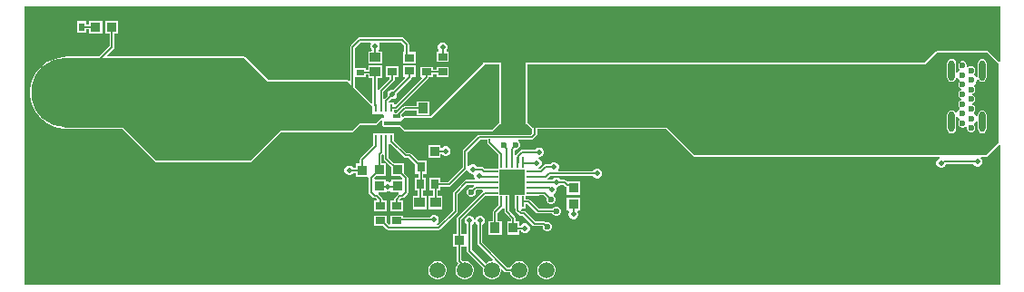
<source format=gbr>
%TF.GenerationSoftware,Altium Limited,Altium Designer,24.10.1 (45)*%
G04 Layer_Physical_Order=1*
G04 Layer_Color=255*
%FSLAX45Y45*%
%MOMM*%
%TF.SameCoordinates,6B7C1C4C-1752-458E-A365-839E3CDA317C*%
%TF.FilePolarity,Positive*%
%TF.FileFunction,Copper,L1,Top,Signal*%
%TF.Part,Single*%
G01*
G75*
%TA.AperFunction,SMDPad,CuDef*%
%ADD10R,1.45000X5.50000*%
%ADD11R,0.25000X0.70000*%
%ADD12R,0.70000X0.30000*%
%ADD13R,1.50000X0.30000*%
%ADD14R,2.10000X2.10000*%
%ADD15R,0.25000X1.05000*%
%ADD16R,1.05000X0.25000*%
%ADD17C,0.60000*%
%ADD18R,0.95000X0.95000*%
%ADD19R,0.90000X0.70000*%
%ADD20R,0.95000X0.80000*%
%ADD21R,0.80000X0.95000*%
%ADD22R,0.95000X0.95000*%
%ADD23R,1.00000X0.90000*%
%ADD24R,0.85000X0.95000*%
%ADD25R,0.80000X0.60000*%
%ADD26R,0.60000X0.80000*%
%ADD27R,0.95822X1.00650*%
%ADD28R,0.91213X0.95872*%
%ADD29R,1.00650X0.95822*%
%ADD30R,0.96822X1.00650*%
%ADD31R,1.10620X0.75620*%
%ADD32R,2.80415X1.50273*%
%ADD33R,2.33000X1.99000*%
%TA.AperFunction,Conductor*%
%ADD34C,0.18000*%
%TA.AperFunction,ComponentPad*%
%ADD35O,0.60000X1.90000*%
%ADD36C,0.60000*%
%ADD37C,6.50000*%
%ADD38R,1.50000X1.50000*%
%ADD39C,1.50000*%
%TA.AperFunction,ViaPad*%
%ADD40C,0.50000*%
%ADD41C,0.60000*%
G36*
X15889999Y7907401D02*
X15877299Y7902141D01*
X15779720Y7999720D01*
X15770000Y8003747D01*
X15770000Y8003747D01*
X15300000D01*
X15300000Y8003747D01*
X15290280Y7999720D01*
X15184306Y7893746D01*
X11635200D01*
Y7897700D01*
X11464800D01*
Y7322300D01*
X11478259D01*
X11520280Y7280280D01*
X11527875Y7277134D01*
Y7239165D01*
X11510836Y7222125D01*
X11030000D01*
X11021533Y7220441D01*
X11014355Y7215645D01*
X10884355Y7085645D01*
X10879559Y7078467D01*
X10877875Y7070000D01*
Y6919164D01*
X10740836Y6782125D01*
X10670200D01*
Y6820200D01*
X10564800D01*
Y6699800D01*
X10600460D01*
Y6650611D01*
X10559561D01*
Y6529389D01*
X10685611D01*
Y6650611D01*
X10644711D01*
Y6699800D01*
X10670200D01*
Y6737875D01*
X10750000D01*
X10758467Y6739559D01*
X10765645Y6744355D01*
X10912311Y6891021D01*
X10916897Y6891031D01*
X10923867Y6889216D01*
X10926420Y6887621D01*
X10931851Y6874509D01*
X10944509Y6861851D01*
X10961049Y6855000D01*
X10973759D01*
X10981067Y6851067D01*
X10985000Y6843759D01*
Y6831049D01*
X10991851Y6814510D01*
X10992502Y6813858D01*
X10987642Y6802125D01*
X10910000D01*
X10901533Y6800441D01*
X10894355Y6795645D01*
X10794355Y6695645D01*
X10789559Y6688467D01*
X10787875Y6680000D01*
Y6519165D01*
X10647669Y6378958D01*
X10639762Y6379874D01*
X10637172Y6387135D01*
X10636658Y6393018D01*
X10648149Y6404510D01*
X10655000Y6421049D01*
Y6438951D01*
X10648149Y6455491D01*
X10635491Y6468149D01*
X10618951Y6475000D01*
X10601049D01*
X10584510Y6468149D01*
X10571851Y6455491D01*
X10570457Y6452125D01*
X10317700D01*
Y6467700D01*
X10202300D01*
Y6386731D01*
X10189600Y6381690D01*
X10167700Y6403590D01*
Y6467700D01*
X10052300D01*
Y6372300D01*
X10136410D01*
X10168355Y6340355D01*
X10175533Y6335559D01*
X10184000Y6333875D01*
X10656000D01*
X10664467Y6335559D01*
X10671645Y6340355D01*
X10825645Y6494355D01*
X10830441Y6501533D01*
X10832125Y6510000D01*
Y6670835D01*
X10919165Y6757875D01*
X10980409D01*
X10984389Y6747190D01*
X10984495Y6745175D01*
X10970987Y6731667D01*
X10968493Y6732700D01*
X10951506D01*
X10935813Y6726199D01*
X10923801Y6714187D01*
X10917300Y6698494D01*
Y6681507D01*
X10923801Y6665813D01*
X10935813Y6653801D01*
X10951506Y6647300D01*
X10968493D01*
X10984187Y6653801D01*
X10996199Y6665813D01*
X11002700Y6681507D01*
Y6698493D01*
X11010867Y6707875D01*
X11062299D01*
X11066279Y6697189D01*
X11066385Y6695175D01*
X10829355Y6458145D01*
X10824559Y6450967D01*
X10822875Y6442500D01*
Y6300200D01*
X10784800D01*
Y6179800D01*
X10822875D01*
Y6046719D01*
X10824559Y6038252D01*
X10829355Y6031074D01*
X10838111Y6022319D01*
X10827983Y6012191D01*
X10816793Y5992809D01*
X10811000Y5971190D01*
Y5948810D01*
X10816793Y5927191D01*
X10827983Y5907809D01*
X10843809Y5891983D01*
X10863191Y5880793D01*
X10884810Y5875000D01*
X10907191D01*
X10928809Y5880793D01*
X10948191Y5891983D01*
X10964017Y5907809D01*
X10975207Y5927191D01*
X10981000Y5948810D01*
Y5971190D01*
X10975207Y5992809D01*
X10964017Y6012191D01*
X10948191Y6028017D01*
X10928809Y6039207D01*
X10907191Y6045000D01*
X10884810D01*
X10879446Y6043563D01*
X10867125Y6055884D01*
Y6179800D01*
X10905175D01*
X10905200Y6179800D01*
X10917875Y6179739D01*
Y6140000D01*
X10919559Y6131533D01*
X10924355Y6124355D01*
X11067646Y5981064D01*
X11065000Y5971190D01*
Y5948810D01*
X11070793Y5927191D01*
X11081983Y5907809D01*
X11097809Y5891983D01*
X11117191Y5880793D01*
X11138810Y5875000D01*
X11161191D01*
X11182809Y5880793D01*
X11202191Y5891983D01*
X11218017Y5907809D01*
X11229207Y5927191D01*
X11235000Y5948810D01*
Y5963916D01*
X11247700Y5969177D01*
X11272522Y5944355D01*
X11279700Y5939559D01*
X11288167Y5937875D01*
X11321930D01*
X11324793Y5927191D01*
X11335983Y5907809D01*
X11351809Y5891983D01*
X11371191Y5880793D01*
X11392810Y5875000D01*
X11415191D01*
X11436809Y5880793D01*
X11456191Y5891983D01*
X11472017Y5907809D01*
X11483207Y5927191D01*
X11489000Y5948810D01*
Y5971190D01*
X11483207Y5992809D01*
X11472017Y6012191D01*
X11456191Y6028017D01*
X11436809Y6039207D01*
X11415191Y6045000D01*
X11392810D01*
X11371191Y6039207D01*
X11351809Y6028017D01*
X11335983Y6012191D01*
X11324793Y5992809D01*
X11321930Y5982125D01*
X11297331D01*
X11062125Y6217331D01*
Y6380457D01*
X11065490Y6381851D01*
X11078149Y6394510D01*
X11085000Y6411049D01*
Y6428951D01*
X11078149Y6445491D01*
X11065490Y6458149D01*
X11048951Y6465000D01*
X11031049D01*
X11014510Y6458149D01*
X11001851Y6445491D01*
X10996733Y6433135D01*
X10983267D01*
X10978149Y6445491D01*
X10965490Y6458149D01*
X10948951Y6465000D01*
X10931049D01*
X10914510Y6458149D01*
X10901851Y6445491D01*
X10895000Y6428951D01*
Y6411049D01*
X10901851Y6394510D01*
X10914510Y6381851D01*
X10917875Y6380457D01*
Y6300261D01*
X10905200Y6300200D01*
X10905175Y6300200D01*
X10867125D01*
Y6433336D01*
X11082233Y6648443D01*
X11092300Y6654800D01*
X11213272Y6654800D01*
X11214799Y6654799D01*
X11214800Y6653273D01*
X11214800Y6563590D01*
X11164355Y6513145D01*
X11159559Y6505967D01*
X11157875Y6497500D01*
Y6415611D01*
X11119389D01*
Y6289561D01*
X11240611D01*
Y6415611D01*
X11202125D01*
Y6488336D01*
X11246090Y6532300D01*
X11267875D01*
Y6504554D01*
X11269559Y6496087D01*
X11274355Y6488909D01*
X11327875Y6435389D01*
Y6413307D01*
X11291694D01*
Y6292035D01*
X11408307D01*
Y6327875D01*
X11420457D01*
X11421851Y6324510D01*
X11434510Y6311851D01*
X11451049Y6305000D01*
X11468951D01*
X11485490Y6311851D01*
X11498149Y6324510D01*
X11505000Y6341049D01*
Y6358951D01*
X11498149Y6375490D01*
X11485490Y6388149D01*
X11468951Y6395000D01*
X11451049D01*
X11434510Y6388149D01*
X11421851Y6375490D01*
X11420457Y6372125D01*
X11408307D01*
Y6413307D01*
X11372125D01*
Y6444554D01*
X11370441Y6453020D01*
X11365645Y6460198D01*
X11312125Y6513718D01*
Y6532300D01*
X11315200D01*
Y6662700D01*
X11224228Y6662700D01*
X11222701Y6662701D01*
X11222700Y6664226D01*
X11222700Y6704800D01*
Y6804800D01*
Y6895772D01*
X11222700Y6897300D01*
X11224228Y6897300D01*
X11455772D01*
X11457300Y6897300D01*
X11457300Y6895772D01*
Y6854800D01*
Y6754800D01*
X11457300Y6664228D01*
X11457299Y6662701D01*
X11455773Y6662700D01*
X11364800Y6662700D01*
Y6532300D01*
X11367875D01*
Y6520000D01*
X11369559Y6511533D01*
X11374355Y6504355D01*
X11404355Y6474355D01*
X11411533Y6469559D01*
X11420000Y6467875D01*
X11438909D01*
X11529987Y6376797D01*
X11537165Y6372001D01*
X11545632Y6370316D01*
X11623113D01*
Y6355307D01*
X11629614Y6339613D01*
X11641625Y6327602D01*
X11657319Y6321101D01*
X11674306D01*
X11690000Y6327602D01*
X11702012Y6339613D01*
X11708513Y6355307D01*
Y6372294D01*
X11702012Y6387988D01*
X11690000Y6400000D01*
X11674306Y6406501D01*
X11657319D01*
X11653204Y6404796D01*
X11649913Y6408086D01*
X11642735Y6412883D01*
X11634268Y6414567D01*
X11554797D01*
X11463718Y6505645D01*
X11456540Y6510441D01*
X11448074Y6512125D01*
X11430809D01*
X11423754Y6520924D01*
X11428685Y6532300D01*
X11465200D01*
Y6575375D01*
X11483335D01*
X11564355Y6494355D01*
X11571533Y6489559D01*
X11580000Y6487875D01*
X11712947D01*
X11713801Y6485813D01*
X11725813Y6473801D01*
X11741507Y6467300D01*
X11758494D01*
X11774188Y6473801D01*
X11786199Y6485813D01*
X11792700Y6501506D01*
Y6518493D01*
X11786199Y6534187D01*
X11774188Y6546199D01*
X11758494Y6552700D01*
X11741507D01*
X11725813Y6546199D01*
X11713801Y6534187D01*
X11712947Y6532125D01*
X11589165D01*
X11508145Y6613145D01*
X11500967Y6617941D01*
X11492500Y6619625D01*
X11474180D01*
X11465200Y6628605D01*
X11465200Y6653272D01*
X11465201Y6654799D01*
X11466726Y6654800D01*
X11587700Y6654800D01*
Y6657875D01*
X11630836D01*
X11658154Y6630556D01*
X11657300Y6628493D01*
Y6611506D01*
X11663801Y6595813D01*
X11675813Y6583801D01*
X11691506Y6577300D01*
X11708493D01*
X11724187Y6583801D01*
X11736199Y6595813D01*
X11742700Y6611506D01*
Y6628493D01*
X11736199Y6644187D01*
X11726151Y6654236D01*
X11726237Y6663756D01*
X11727539Y6668557D01*
X11735490Y6671851D01*
X11748149Y6684510D01*
X11755000Y6701049D01*
Y6718951D01*
X11752591Y6724767D01*
X11761638Y6736113D01*
X11775491Y6741851D01*
X11788149Y6754509D01*
X11789543Y6757875D01*
X11820835D01*
X11839355Y6739355D01*
X11846533Y6734559D01*
X11849800Y6733909D01*
Y6664800D01*
X11970200D01*
Y6785200D01*
X11856090D01*
X11845645Y6795645D01*
X11838467Y6800441D01*
X11830000Y6802125D01*
X11789543D01*
X11788149Y6805490D01*
X11775491Y6818149D01*
X11758951Y6825000D01*
X11741049D01*
X11724510Y6818149D01*
X11711851Y6805490D01*
X11710457Y6802125D01*
X11671542D01*
X11667561Y6812810D01*
X11667455Y6814825D01*
X11690505Y6837875D01*
X12090457D01*
X12091851Y6834510D01*
X12104510Y6821851D01*
X12121049Y6815000D01*
X12138951D01*
X12155491Y6821851D01*
X12168149Y6834510D01*
X12175000Y6851049D01*
Y6868951D01*
X12168149Y6885490D01*
X12155491Y6898149D01*
X12138951Y6905000D01*
X12121049D01*
X12104510Y6898149D01*
X12091851Y6885490D01*
X12090457Y6882125D01*
X11772358D01*
X11767498Y6893858D01*
X11768149Y6894509D01*
X11775000Y6911049D01*
Y6928951D01*
X11768149Y6945490D01*
X11755490Y6958149D01*
X11738951Y6965000D01*
X11721049D01*
X11704509Y6958149D01*
X11693866Y6947505D01*
X11653158D01*
X11644691Y6945821D01*
X11637513Y6941025D01*
X11600400Y6903912D01*
X11587700Y6905200D01*
X11585951Y6917900D01*
X11595490Y6921851D01*
X11608149Y6934510D01*
X11615000Y6951049D01*
Y6968951D01*
X11608149Y6985490D01*
X11595490Y6998149D01*
X11585469Y7002300D01*
X11587995Y7015000D01*
X11598951D01*
X11615490Y7021851D01*
X11628149Y7034510D01*
X11635000Y7051049D01*
Y7068951D01*
X11628149Y7085491D01*
X11615490Y7098149D01*
X11598951Y7105000D01*
X11581049D01*
X11564510Y7098149D01*
X11551851Y7085491D01*
X11550457Y7082125D01*
X11431488D01*
X11423021Y7080441D01*
X11415843Y7075645D01*
X11377855Y7037657D01*
X11374825Y7033122D01*
X11362125Y7035653D01*
Y7079470D01*
X11369955Y7087300D01*
X11378494D01*
X11394188Y7093801D01*
X11406199Y7105813D01*
X11412700Y7121506D01*
Y7138493D01*
X11406199Y7154187D01*
X11395212Y7165175D01*
X11395752Y7169914D01*
X11399105Y7177875D01*
X11520000D01*
X11528467Y7179559D01*
X11535645Y7184355D01*
X11565645Y7214355D01*
X11570441Y7221533D01*
X11572125Y7230000D01*
Y7276253D01*
X12774306D01*
X13030280Y7020280D01*
X13039999Y7016253D01*
X13040001Y7016253D01*
X15325031D01*
X15327557Y7003553D01*
X15314510Y6998149D01*
X15301851Y6985490D01*
X15295000Y6968951D01*
Y6951049D01*
X15301851Y6934510D01*
X15314510Y6921851D01*
X15331049Y6915000D01*
X15348952D01*
X15365491Y6921851D01*
X15378149Y6934510D01*
X15383685Y6947875D01*
X15640457D01*
X15641850Y6944510D01*
X15654509Y6931851D01*
X15671049Y6925000D01*
X15688951D01*
X15705490Y6931851D01*
X15718149Y6944510D01*
X15725000Y6961049D01*
Y6978951D01*
X15718149Y6995490D01*
X15710086Y7003553D01*
X15715347Y7016253D01*
X15760001D01*
X15769720Y7020280D01*
X15769720Y7020280D01*
X15877299Y7127859D01*
X15889999Y7122599D01*
X15889999Y5820000D01*
X6790000D01*
Y8420000D01*
X15889999D01*
Y7907401D01*
D02*
G37*
G36*
X15880000Y7880000D02*
Y7150000D01*
X15760001Y7030000D01*
X13039999D01*
X12780000Y7290000D01*
X11530000D01*
X11480000Y7340000D01*
Y7880000D01*
X15189999D01*
X15300000Y7990000D01*
X15770000D01*
X15880000Y7880000D01*
D02*
G37*
G36*
X11107875Y7153000D02*
X11109559Y7144533D01*
X11114355Y7137355D01*
X11212332Y7039378D01*
X11214800Y7027700D01*
X11214800Y7027700D01*
X11214800Y7027699D01*
Y6906728D01*
X11214800Y6905200D01*
X11213272Y6905200D01*
X11092300D01*
Y6905200D01*
X11079745Y6905549D01*
X11069649Y6915645D01*
X11062471Y6920441D01*
X11054004Y6922125D01*
X11009543D01*
X11008149Y6925490D01*
X10995490Y6938149D01*
X10978951Y6945000D01*
X10961049D01*
X10944509Y6938149D01*
X10934825Y6928465D01*
X10922125Y6932671D01*
Y7060836D01*
X11039165Y7177875D01*
X11107875D01*
Y7153000D01*
D02*
G37*
G36*
X11001851Y6394510D02*
X11014510Y6381851D01*
X11017875Y6380457D01*
Y6208167D01*
X11019559Y6199700D01*
X11024355Y6192522D01*
X11159177Y6057700D01*
X11153916Y6045000D01*
X11138810D01*
X11117191Y6039207D01*
X11097809Y6028017D01*
X11090541Y6020749D01*
X10962125Y6149165D01*
Y6380457D01*
X10965490Y6381851D01*
X10978149Y6394510D01*
X10983267Y6406865D01*
X10996733D01*
X11001851Y6394510D01*
D02*
G37*
%LPC*%
G36*
X7515200Y8290200D02*
X7394800D01*
Y8252125D01*
X7365200D01*
Y8282700D01*
X7279800D01*
Y8177300D01*
X7365200D01*
Y8207875D01*
X7394800D01*
Y8169800D01*
X7515200D01*
Y8290200D01*
D02*
G37*
G36*
X10698951Y8085000D02*
X10681049D01*
X10664510Y8078149D01*
X10651851Y8065490D01*
X10645000Y8048951D01*
Y8031049D01*
X10651851Y8014509D01*
X10655961Y8010400D01*
X10650700Y7997700D01*
X10632300D01*
Y7902300D01*
X10747700D01*
Y7997700D01*
X10729300D01*
X10724039Y8010400D01*
X10728149Y8014509D01*
X10735000Y8031049D01*
Y8048951D01*
X10728149Y8065490D01*
X10715490Y8078149D01*
X10698951Y8085000D01*
D02*
G37*
G36*
X7665200Y8290200D02*
X7544800D01*
Y8169800D01*
X7582875D01*
Y8049914D01*
X7486707Y7953747D01*
X7170001D01*
X7170000Y7953747D01*
X7162764Y7950750D01*
X7153635D01*
X7101554Y7942501D01*
X7051404Y7926206D01*
X7004422Y7902267D01*
X6961762Y7871273D01*
X6924476Y7833988D01*
X6893482Y7791328D01*
X6869543Y7744345D01*
X6853249Y7694196D01*
X6845000Y7642115D01*
Y7589385D01*
X6853249Y7537304D01*
X6869543Y7487154D01*
X6893482Y7440172D01*
X6924476Y7397512D01*
X6961762Y7360226D01*
X7004422Y7329232D01*
X7051404Y7305293D01*
X7101554Y7288999D01*
X7153635Y7280750D01*
X7159809D01*
X7160280Y7280280D01*
X7170000Y7276253D01*
X7170000Y7276253D01*
X7704306D01*
X8010280Y6970280D01*
X8020000Y6966253D01*
X8020000Y6966254D01*
X8900000D01*
X8909720Y6970280D01*
X8909721Y6970280D01*
X9185694Y7246253D01*
X9849999D01*
X9850000Y7246252D01*
X9859721Y7250279D01*
X9859721Y7250281D01*
X9925694Y7316254D01*
X10070000D01*
X10070000Y7316253D01*
X10079721Y7320280D01*
X10114675Y7355234D01*
X10123250Y7351358D01*
X10126254Y7348852D01*
Y7310000D01*
X10130280Y7300280D01*
X10140000Y7296254D01*
X10294306D01*
X10330280Y7260280D01*
X10340000Y7256253D01*
X10340001Y7256253D01*
X11149999D01*
X11150000Y7256252D01*
X11159721Y7260279D01*
X11159721Y7260281D01*
X11221741Y7322300D01*
X11235200D01*
Y7897700D01*
X11064800D01*
Y7884240D01*
X10574306Y7393746D01*
X10330001D01*
X10330000Y7393747D01*
X10320279Y7389721D01*
X10308466Y7393416D01*
X10307700Y7393734D01*
Y7411410D01*
X10344836Y7448546D01*
X10448889D01*
Y7409560D01*
X10571111D01*
Y7535611D01*
X10448889D01*
Y7492797D01*
X10335671D01*
X10327204Y7491112D01*
X10320026Y7486316D01*
X10256410Y7422700D01*
X10250994D01*
X10240200Y7427300D01*
X10240199Y7435400D01*
Y7452875D01*
X10255000D01*
X10263467Y7454559D01*
X10270645Y7459355D01*
X10554189Y7742899D01*
X10558985Y7750077D01*
X10560670Y7758544D01*
Y7762300D01*
X10597700D01*
Y7787875D01*
X10632300D01*
Y7762300D01*
X10747700D01*
Y7857700D01*
X10632300D01*
Y7832125D01*
X10597700D01*
Y7857700D01*
X10482300D01*
Y7762300D01*
X10494417D01*
X10499277Y7750567D01*
X10252899Y7504189D01*
X10240199Y7509450D01*
Y7522700D01*
X10187125D01*
Y7535835D01*
X10207684Y7556394D01*
X10211049Y7555000D01*
X10228951D01*
X10245491Y7561851D01*
X10258149Y7574510D01*
X10265000Y7591049D01*
Y7608951D01*
X10263606Y7612316D01*
X10395645Y7744355D01*
X10400441Y7751533D01*
X10402125Y7760000D01*
Y7764800D01*
X10440200D01*
Y7870200D01*
X10319800D01*
Y7764800D01*
X10336917D01*
X10341777Y7753067D01*
X10232316Y7643606D01*
X10228951Y7645000D01*
X10211049D01*
X10194510Y7638149D01*
X10181851Y7625490D01*
X10175000Y7608951D01*
Y7591049D01*
X10176394Y7587684D01*
X10149825Y7561115D01*
X10147810Y7561220D01*
X10137125Y7565201D01*
Y7625835D01*
X10235645Y7724355D01*
X10240441Y7731533D01*
X10242125Y7740000D01*
Y7759800D01*
X10280200D01*
Y7865200D01*
X10159800D01*
Y7759800D01*
X10192890D01*
X10195810Y7747100D01*
X10099355Y7650645D01*
X10094825Y7643865D01*
X10093748Y7643631D01*
X10082125Y7645978D01*
Y7757300D01*
X10122700D01*
Y7872700D01*
X9997300D01*
Y7829625D01*
X9972700D01*
Y7850200D01*
X9873125D01*
Y8035839D01*
X9924560Y8087275D01*
X10017042D01*
X10021902Y8075541D01*
X10021851Y8075490D01*
X10015000Y8058951D01*
Y8041049D01*
X10021851Y8024509D01*
X10030961Y8015400D01*
X10025942Y8002700D01*
X9997300D01*
Y7887300D01*
X10122700D01*
Y8002700D01*
X10094058D01*
X10089039Y8015400D01*
X10098149Y8024509D01*
X10105000Y8041049D01*
Y8058951D01*
X10098149Y8075490D01*
X10098098Y8075541D01*
X10102958Y8087275D01*
X10301436D01*
X10332923Y8055787D01*
Y7995200D01*
X10319800D01*
Y7889800D01*
X10440200D01*
Y7995200D01*
X10377173D01*
Y8064952D01*
X10375489Y8073419D01*
X10370693Y8080597D01*
X10326245Y8125045D01*
X10319067Y8129841D01*
X10310600Y8131525D01*
X9915396D01*
X9906929Y8129841D01*
X9899751Y8125045D01*
X9835355Y8060649D01*
X9830559Y8053471D01*
X9828875Y8045004D01*
Y7727160D01*
X9817141Y7722299D01*
X9809720Y7729720D01*
X9800000Y7733747D01*
X9799999Y7733747D01*
X9065694D01*
X8849720Y7949720D01*
X8840000Y7953747D01*
X8839999Y7953747D01*
X7565880D01*
X7561020Y7965480D01*
X7620645Y8025105D01*
X7625441Y8032283D01*
X7627125Y8040750D01*
Y8169800D01*
X7665200D01*
Y8290200D01*
D02*
G37*
G36*
X10670200Y7130200D02*
X10559800D01*
Y7009800D01*
X10670200D01*
Y7039567D01*
X10678040Y7042893D01*
X10682900Y7043461D01*
X10694509Y7031851D01*
X10711049Y7025000D01*
X10728951D01*
X10745490Y7031851D01*
X10758149Y7044510D01*
X10765000Y7061049D01*
Y7078951D01*
X10758149Y7095491D01*
X10745490Y7108149D01*
X10728951Y7115000D01*
X10711049D01*
X10694509Y7108149D01*
X10682900Y7096540D01*
X10678040Y7097107D01*
X10670200Y7100433D01*
Y7130200D01*
D02*
G37*
G36*
X10240199Y7232700D02*
X10039800D01*
Y7137300D01*
X10042875D01*
Y7124164D01*
X9924355Y7005645D01*
X9919559Y6998467D01*
X9917875Y6990000D01*
Y6953306D01*
X9881693D01*
Y6912125D01*
X9859543D01*
X9858149Y6915490D01*
X9845490Y6928149D01*
X9828951Y6935000D01*
X9811049D01*
X9794509Y6928149D01*
X9781851Y6915490D01*
X9775000Y6898951D01*
Y6881049D01*
X9781851Y6864510D01*
X9794509Y6851851D01*
X9811049Y6845000D01*
X9828951D01*
X9845490Y6851851D01*
X9858149Y6864510D01*
X9859543Y6867875D01*
X9881693D01*
Y6832035D01*
X9992104Y6832035D01*
X9992481Y6831860D01*
X10001831Y6820795D01*
X10001375Y6818500D01*
Y6685488D01*
X10003059Y6677021D01*
X10007855Y6669843D01*
X10039599Y6638099D01*
X10046777Y6633303D01*
X10055244Y6631619D01*
X10069091D01*
X10080311Y6620400D01*
X10075050Y6607700D01*
X10052300D01*
Y6512300D01*
X10167700D01*
Y6607700D01*
X10132125D01*
Y6622000D01*
X10130441Y6630467D01*
X10125645Y6637645D01*
X10093901Y6669389D01*
X10089843Y6672100D01*
X10093500Y6684800D01*
X10160200D01*
Y6688064D01*
X10170760Y6695120D01*
X10171049Y6695000D01*
X10188951D01*
X10197100Y6698375D01*
X10209800Y6689890D01*
Y6684800D01*
X10276500D01*
X10280157Y6672100D01*
X10276099Y6669389D01*
X10244355Y6637645D01*
X10239559Y6630467D01*
X10237875Y6622000D01*
Y6607700D01*
X10202300D01*
Y6512300D01*
X10317700D01*
Y6607700D01*
X10294950D01*
X10289690Y6620400D01*
X10300909Y6631619D01*
X10314756D01*
X10323223Y6633303D01*
X10330401Y6638099D01*
X10362145Y6669843D01*
X10366941Y6677021D01*
X10368625Y6685488D01*
Y6818500D01*
X10366941Y6826967D01*
X10362145Y6834145D01*
X10330200Y6866090D01*
Y6955200D01*
X10241090D01*
X10187125Y7009165D01*
Y7137300D01*
X10208910D01*
X10331855Y7014355D01*
X10339033Y7009559D01*
X10347500Y7007875D01*
X10375835D01*
X10434800Y6948910D01*
Y6859800D01*
X10465375D01*
Y6820200D01*
X10429800D01*
Y6699800D01*
X10460375D01*
Y6650611D01*
X10414389D01*
Y6529389D01*
X10540439D01*
Y6650611D01*
X10504625D01*
Y6699800D01*
X10535200D01*
Y6820200D01*
X10509625D01*
Y6859800D01*
X10540200D01*
Y6980200D01*
X10466090D01*
X10400645Y7045645D01*
X10393467Y7050441D01*
X10385000Y7052125D01*
X10356664D01*
X10240199Y7168590D01*
Y7232700D01*
D02*
G37*
G36*
X11970200Y6635200D02*
X11849800D01*
Y6514800D01*
X11864567D01*
X11870447Y6502100D01*
X11865000Y6488951D01*
Y6471049D01*
X11871851Y6454509D01*
X11884510Y6441851D01*
X11901049Y6435000D01*
X11918951D01*
X11935490Y6441851D01*
X11948149Y6454509D01*
X11955000Y6471049D01*
Y6488951D01*
X11949553Y6502100D01*
X11955433Y6514800D01*
X11970200D01*
Y6635200D01*
D02*
G37*
G36*
X11669191Y6045000D02*
X11646810D01*
X11625191Y6039207D01*
X11605809Y6028017D01*
X11589983Y6012191D01*
X11578793Y5992809D01*
X11573000Y5971190D01*
Y5948810D01*
X11578793Y5927191D01*
X11589983Y5907809D01*
X11605809Y5891983D01*
X11625191Y5880793D01*
X11646810Y5875000D01*
X11669191D01*
X11690809Y5880793D01*
X11710191Y5891983D01*
X11726017Y5907809D01*
X11737207Y5927191D01*
X11743000Y5948810D01*
Y5971190D01*
X11737207Y5992809D01*
X11726017Y6012191D01*
X11710191Y6028017D01*
X11690809Y6039207D01*
X11669191Y6045000D01*
D02*
G37*
G36*
X10653191D02*
X10630810D01*
X10609191Y6039207D01*
X10589809Y6028017D01*
X10573983Y6012191D01*
X10562793Y5992809D01*
X10557000Y5971190D01*
Y5948810D01*
X10562793Y5927191D01*
X10573983Y5907809D01*
X10589809Y5891983D01*
X10609191Y5880793D01*
X10630810Y5875000D01*
X10653191D01*
X10674809Y5880793D01*
X10694191Y5891983D01*
X10710017Y5907809D01*
X10721207Y5927191D01*
X10727000Y5948810D01*
Y5971190D01*
X10721207Y5992809D01*
X10710017Y6012191D01*
X10694191Y6028017D01*
X10674809Y6039207D01*
X10653191Y6045000D01*
D02*
G37*
%LPD*%
G36*
X9997300Y7757300D02*
X10037875D01*
Y7519526D01*
X10025175Y7514266D01*
X9873125Y7666316D01*
Y7764800D01*
X9972700D01*
Y7785375D01*
X9997300D01*
Y7757300D01*
D02*
G37*
G36*
X11220000Y7340000D02*
X11150000Y7270000D01*
X10340000D01*
X10300000Y7310000D01*
X10140000D01*
Y7350000D01*
X10300000D01*
X10330000Y7380000D01*
X10580000D01*
X11080000Y7880000D01*
X11220000D01*
Y7340000D01*
D02*
G37*
G36*
X9060000Y7720000D02*
X9800000D01*
X10030000Y7490000D01*
Y7410000D01*
X10140000D01*
Y7380000D01*
X10120000D01*
X10070000Y7330000D01*
X9920000D01*
X9850000Y7260000D01*
X9180000D01*
X8900000Y6980000D01*
X8020000D01*
X7710000Y7290000D01*
X7170000D01*
X7110000Y7350000D01*
Y7880000D01*
X7170000Y7940000D01*
X8840000D01*
X9060000Y7720000D01*
D02*
G37*
G36*
X10132190Y7039280D02*
X10142875Y7035299D01*
Y7000000D01*
X10144559Y6991534D01*
X10149355Y6984356D01*
X10209800Y6923910D01*
Y6834800D01*
X10298910D01*
X10315810Y6817900D01*
X10310550Y6805200D01*
X10209800D01*
Y6790110D01*
X10197100Y6781624D01*
X10188951Y6785000D01*
X10171049D01*
X10170760Y6784880D01*
X10160200Y6791936D01*
Y6805200D01*
X10059451D01*
X10054190Y6817900D01*
X10071090Y6834800D01*
X10160200D01*
Y6955200D01*
X10122125D01*
Y7030224D01*
X10131521Y7039315D01*
X10132190Y7039280D01*
D02*
G37*
%LPC*%
G36*
X15723000Y7930783D02*
X15707393Y7927678D01*
X15694162Y7918838D01*
X15685321Y7905606D01*
X15682217Y7889999D01*
Y7760000D01*
X15669876Y7756940D01*
X15665965Y7766381D01*
X15650381Y7781965D01*
X15650337Y7781984D01*
X15647482Y7796913D01*
X15652911Y7802341D01*
X15659000Y7817043D01*
Y7832956D01*
X15652911Y7847657D01*
X15641658Y7858910D01*
X15626958Y7864999D01*
X15611044D01*
X15596342Y7858910D01*
X15591402Y7853970D01*
X15580637Y7861164D01*
X15581000Y7862043D01*
Y7877956D01*
X15574910Y7892658D01*
X15563658Y7903910D01*
X15548956Y7910000D01*
X15533044D01*
X15518343Y7903910D01*
X15507091Y7892658D01*
X15500999Y7877956D01*
Y7862043D01*
X15507091Y7847342D01*
X15512518Y7841913D01*
X15509663Y7826984D01*
X15509619Y7826966D01*
X15494034Y7811381D01*
X15490485Y7802810D01*
X15477785Y7805336D01*
Y7889999D01*
X15474680Y7905606D01*
X15465839Y7918838D01*
X15452608Y7927678D01*
X15437000Y7930783D01*
X15421393Y7927678D01*
X15408162Y7918838D01*
X15399321Y7905606D01*
X15396217Y7889999D01*
Y7759999D01*
X15399321Y7744392D01*
X15408162Y7731161D01*
X15421393Y7722320D01*
X15437000Y7719216D01*
X15452608Y7722320D01*
X15465839Y7731161D01*
X15474680Y7744392D01*
X15477068Y7756394D01*
X15490141Y7758016D01*
X15494034Y7748618D01*
X15509619Y7733034D01*
X15509663Y7733015D01*
X15512518Y7718086D01*
X15507091Y7712658D01*
X15500999Y7697956D01*
Y7682043D01*
X15507091Y7667342D01*
X15518343Y7656089D01*
X15528860Y7651733D01*
Y7638266D01*
X15518343Y7633910D01*
X15507091Y7622658D01*
X15500999Y7607956D01*
Y7592043D01*
X15507091Y7577341D01*
X15518343Y7566089D01*
X15528860Y7561733D01*
Y7548266D01*
X15518343Y7543910D01*
X15507091Y7532658D01*
X15500999Y7517956D01*
Y7502043D01*
X15507091Y7487341D01*
X15512518Y7481913D01*
X15509663Y7466984D01*
X15509619Y7466965D01*
X15494034Y7451381D01*
X15485600Y7431019D01*
Y7428350D01*
X15472900Y7425772D01*
X15465839Y7436340D01*
X15452608Y7445181D01*
X15437000Y7448286D01*
X15421393Y7445181D01*
X15408162Y7436340D01*
X15399321Y7423109D01*
X15396217Y7407502D01*
Y7277502D01*
X15399321Y7261895D01*
X15408162Y7248664D01*
X15421393Y7239823D01*
X15437000Y7236719D01*
X15452608Y7239823D01*
X15465839Y7248664D01*
X15474680Y7261895D01*
X15477785Y7277502D01*
Y7394663D01*
X15490485Y7397189D01*
X15494034Y7388618D01*
X15509619Y7373034D01*
X15509663Y7373015D01*
X15512518Y7358086D01*
X15507091Y7352657D01*
X15500999Y7337956D01*
Y7322043D01*
X15507091Y7307341D01*
X15518343Y7296089D01*
X15533044Y7289999D01*
X15548956D01*
X15563658Y7296089D01*
X15568597Y7301029D01*
X15579366Y7293835D01*
X15578999Y7292955D01*
Y7277042D01*
X15585091Y7262341D01*
X15596342Y7251089D01*
X15611044Y7244999D01*
X15626958D01*
X15641658Y7251089D01*
X15652911Y7262341D01*
X15659000Y7277042D01*
Y7292955D01*
X15652911Y7307657D01*
X15647482Y7313085D01*
X15650337Y7328015D01*
X15650381Y7328033D01*
X15665965Y7343618D01*
X15669518Y7352190D01*
X15682217Y7349663D01*
Y7277502D01*
X15685321Y7261895D01*
X15694162Y7248664D01*
X15707393Y7239823D01*
X15723000Y7236719D01*
X15738608Y7239823D01*
X15751839Y7248664D01*
X15760680Y7261895D01*
X15763783Y7277502D01*
Y7407502D01*
X15760680Y7423109D01*
X15751839Y7436340D01*
X15738608Y7445181D01*
X15723000Y7448286D01*
X15707393Y7445181D01*
X15694162Y7436340D01*
X15685321Y7423109D01*
X15682217Y7407502D01*
Y7400335D01*
X15669518Y7397808D01*
X15665965Y7406380D01*
X15650381Y7421965D01*
X15650337Y7421983D01*
X15647482Y7436912D01*
X15652911Y7442341D01*
X15659000Y7457042D01*
Y7472956D01*
X15652911Y7487657D01*
X15641658Y7498909D01*
X15631142Y7503266D01*
Y7516732D01*
X15641658Y7521089D01*
X15652911Y7532341D01*
X15659000Y7547043D01*
Y7562956D01*
X15652911Y7577657D01*
X15641658Y7588909D01*
X15631142Y7593266D01*
Y7606732D01*
X15641658Y7611089D01*
X15652911Y7622341D01*
X15659000Y7637043D01*
Y7652956D01*
X15652911Y7667657D01*
X15647482Y7673086D01*
X15650337Y7688015D01*
X15650381Y7688033D01*
X15665965Y7703618D01*
X15674400Y7723979D01*
Y7739153D01*
X15687100Y7741729D01*
X15694162Y7731161D01*
X15707393Y7722320D01*
X15723000Y7719216D01*
X15738608Y7722320D01*
X15751839Y7731161D01*
X15760680Y7744392D01*
X15763783Y7759999D01*
Y7889999D01*
X15760680Y7905606D01*
X15751839Y7918838D01*
X15738608Y7927678D01*
X15723000Y7930783D01*
D02*
G37*
%LPD*%
D10*
X11550000Y7610000D02*
D03*
X11150000D02*
D03*
D11*
X10065000Y7475000D02*
D03*
X10115000D02*
D03*
X10165000D02*
D03*
X10215000D02*
D03*
Y7185000D02*
D03*
X10165000D02*
D03*
X10115000D02*
D03*
X10065000D02*
D03*
D12*
X10260000Y7395000D02*
D03*
Y7265000D02*
D03*
D13*
X10220000Y7330000D02*
D03*
X10062500Y7265000D02*
D03*
Y7395000D02*
D03*
D14*
X11340000Y6780000D02*
D03*
D15*
X11240000Y6962500D02*
D03*
X11290000D02*
D03*
X11340000D02*
D03*
X11390000D02*
D03*
X11440000D02*
D03*
Y6597500D02*
D03*
X11390000D02*
D03*
X11340000D02*
D03*
X11290000D02*
D03*
X11240000D02*
D03*
D16*
X11522500Y6880000D02*
D03*
Y6830000D02*
D03*
Y6780000D02*
D03*
Y6730000D02*
D03*
Y6680000D02*
D03*
X11157500D02*
D03*
Y6730000D02*
D03*
Y6780000D02*
D03*
Y6830000D02*
D03*
Y6880000D02*
D03*
D17*
X11700000Y6620000D02*
D03*
X11665813Y6363801D02*
D03*
X11750000Y6510000D02*
D03*
X11260000Y7130000D02*
D03*
X10960000Y6690000D02*
D03*
X11370000Y7130000D02*
D03*
X11760000Y7600000D02*
D03*
X9590000Y7420000D02*
D03*
D18*
X10695000Y6240000D02*
D03*
X10845000D02*
D03*
X7455000Y8230000D02*
D03*
X7605000D02*
D03*
D19*
X10540000Y7950000D02*
D03*
Y7810000D02*
D03*
X10110000Y6560000D02*
D03*
Y6420000D02*
D03*
X10260000Y6560000D02*
D03*
Y6420000D02*
D03*
X10690000Y7810000D02*
D03*
Y7950000D02*
D03*
D20*
X10220000Y7947500D02*
D03*
Y7812500D02*
D03*
X10380000Y7817500D02*
D03*
Y7942500D02*
D03*
D21*
X10612500Y6920000D02*
D03*
X10487500D02*
D03*
X10482500Y6760000D02*
D03*
X10617500D02*
D03*
D22*
X10100000Y6895000D02*
D03*
Y6745000D02*
D03*
X10270000Y6895000D02*
D03*
Y6745000D02*
D03*
X11910000Y6575000D02*
D03*
Y6725000D02*
D03*
D23*
X10060000Y7815000D02*
D03*
Y7945000D02*
D03*
D24*
X10485000Y7070000D02*
D03*
X10615000D02*
D03*
D25*
X9920000Y7807500D02*
D03*
Y7952500D02*
D03*
D26*
X7322500Y8230000D02*
D03*
X7177500D02*
D03*
D27*
X11180000Y6207415D02*
D03*
Y6352586D02*
D03*
D28*
X11350000Y6207330D02*
D03*
Y6352671D02*
D03*
X9940000Y6747329D02*
D03*
Y6892671D02*
D03*
D29*
X10477414Y6590000D02*
D03*
X10622586D02*
D03*
D30*
X10510000Y7472586D02*
D03*
Y7327414D02*
D03*
D31*
X9780000Y7117500D02*
D03*
Y7302500D02*
D03*
D32*
X9340000Y7094980D02*
D03*
Y7385020D02*
D03*
Y7875020D02*
D03*
Y7584981D02*
D03*
X9670000Y7875020D02*
D03*
Y7584981D02*
D03*
X12640000Y8075019D02*
D03*
Y7784980D02*
D03*
X12300000Y8075019D02*
D03*
Y7784980D02*
D03*
X11960000Y8075019D02*
D03*
Y7784980D02*
D03*
X12640000Y7134980D02*
D03*
Y7425019D02*
D03*
X12300000Y7134980D02*
D03*
Y7425019D02*
D03*
X11960000Y7134980D02*
D03*
Y7425019D02*
D03*
D33*
X8190000Y7151000D02*
D03*
Y6549000D02*
D03*
X8179999Y7669000D02*
D03*
Y8271000D02*
D03*
X8739999Y7669000D02*
D03*
Y8271000D02*
D03*
X8750000Y7151000D02*
D03*
Y6549000D02*
D03*
X14859361Y7576059D02*
D03*
Y8178058D02*
D03*
X14299361Y7576059D02*
D03*
Y8178058D02*
D03*
X13739362Y7576059D02*
D03*
Y8178058D02*
D03*
X13179361Y7576059D02*
D03*
Y8178058D02*
D03*
X14860001Y7201000D02*
D03*
Y6599000D02*
D03*
X14300000Y7201000D02*
D03*
Y6599000D02*
D03*
X13739999Y7201000D02*
D03*
Y6599001D02*
D03*
X13180000Y7201000D02*
D03*
Y6599001D02*
D03*
D34*
X11431488Y7060000D02*
X11590000D01*
X11393500Y7022012D02*
X11431488Y7060000D01*
X10482500Y6595086D02*
Y6760000D01*
X10477414Y6590000D02*
X10482500Y6595086D01*
X10622586Y6590000D02*
Y6754914D01*
X10617500Y6760000D02*
X10622586Y6754914D01*
X11662909Y6363801D02*
X11665813D01*
X11634268Y6392442D02*
X11662909Y6363801D01*
X11448074Y6490000D02*
X11545632Y6392442D01*
X11634268D01*
X11390000Y6520000D02*
Y6597500D01*
Y6520000D02*
X11420000Y6490000D01*
X11448074D01*
X11492500Y6597500D02*
X11580000Y6510000D01*
X11750000D01*
X11440000Y6597500D02*
X11492500D01*
X11855000Y6755000D02*
X11880000D01*
X11910000Y6725000D01*
X11830000Y6780000D02*
X11855000Y6755000D01*
X11750000Y6780000D02*
X11830000D01*
X11040000Y6208167D02*
X11288167Y5960000D01*
X11404000D01*
X11120000D02*
X11150000D01*
X10940000Y6140000D02*
X11120000Y5960000D01*
X10845000Y6046719D02*
Y6240000D01*
X10896000Y5960000D02*
Y5995719D01*
X10845000Y6046719D02*
X10896000Y5995719D01*
X11040000Y6208167D02*
Y6420000D01*
X10940000Y6140000D02*
Y6420000D01*
X10845000Y6240000D02*
Y6442500D01*
X11681341Y6860000D02*
X12130000D01*
X10220000Y7600000D02*
X10380000Y7760000D01*
X10165000Y7545000D02*
X10220000Y7600000D01*
X15346123Y6966123D02*
X15362666D01*
X15366544Y6970000D01*
X15339999Y6960000D02*
X15346123Y6966123D01*
X15366544Y6970000D02*
X15680000D01*
X11607778Y6880000D02*
X11653158Y6925380D01*
X11724620D01*
X11730000Y6920000D01*
X11651340Y6830000D02*
X11681341Y6860000D01*
X11393500Y6966000D02*
Y7022012D01*
X11390000Y6962500D02*
X11393500Y6966000D01*
X11442500Y6960000D02*
X11570000D01*
X11440000Y6962500D02*
X11442500Y6960000D01*
X11522500Y6880000D02*
X11607778D01*
X11522500Y6830000D02*
X11651340D01*
X10310000Y7200000D02*
Y7208659D01*
X10260000Y7265000D02*
X10280000D01*
X10286000Y7259000D01*
Y7232659D02*
X10310000Y7208659D01*
X10286000Y7232659D02*
Y7259000D01*
X10260000Y7395000D02*
X10335671Y7470671D01*
X10508086D01*
X10510000Y7472586D01*
X11342670Y6200000D02*
X11350000Y6207330D01*
X11270000Y6200000D02*
X11342670D01*
X11180000Y6207415D02*
X11187415Y6200000D01*
X11270000D01*
X11074004Y6880000D02*
X11157500D01*
X11038659Y6840000D02*
X11048660Y6830000D01*
X10970000Y6900000D02*
X11054004D01*
X11074004Y6880000D01*
X11048660Y6830000D02*
X11157500D01*
X11030000Y6840000D02*
X11038659D01*
X10910000Y6780000D02*
X11157500D01*
X11340000Y6597500D02*
Y6780000D01*
X11701341Y6710000D02*
X11710000D01*
X11681341Y6730000D02*
X11701341Y6710000D01*
X11522500Y6730000D02*
X11681341D01*
X11522500Y6680000D02*
X11640000D01*
X11700000Y6620000D01*
X11522500Y6780000D02*
X11750000D01*
X10810000Y6680000D02*
X10910000Y6780000D01*
X11000610Y6730000D02*
X11157500D01*
X10960610Y6690000D02*
X11000610Y6730000D01*
X10960000Y6690000D02*
X10960610D01*
X10810000Y6510000D02*
Y6680000D01*
X10656000Y6356000D02*
X10810000Y6510000D01*
X10120000Y6420000D02*
X10184000Y6356000D01*
X10110000Y6420000D02*
X10120000D01*
X10184000Y6356000D02*
X10656000D01*
X10260000Y6420000D02*
X10270000Y6430000D01*
X10610000D01*
X11030000Y7200000D02*
X11520000D01*
X11130000Y7153000D02*
Y7190000D01*
Y7153000D02*
X11240000Y7043000D01*
Y6962500D02*
Y7043000D01*
X10900000Y7070000D02*
X11030000Y7200000D01*
X10900000Y6910000D02*
Y7070000D01*
X10617500Y6760000D02*
X10750000D01*
X10900000Y6910000D01*
X11520000Y7200000D02*
X11550000Y7230000D01*
Y7610000D01*
X10612500Y6920000D02*
X10710000D01*
X10480000Y7075000D02*
Y7180000D01*
Y7075000D02*
X10485000Y7070000D01*
X10487500Y6765000D02*
Y6920000D01*
X10482500Y6760000D02*
X10487500Y6765000D01*
X10347500Y7030000D02*
X10385000D01*
X10487500Y6920000D02*
Y6927500D01*
X10385000Y7030000D02*
X10487500Y6927500D01*
X10215000Y7162500D02*
Y7185000D01*
Y7162500D02*
X10347500Y7030000D01*
X10615000Y7070000D02*
X10720000D01*
X10845000Y6442500D02*
X11082499Y6680000D01*
X11157500D01*
X10685000Y6230000D02*
X10695000Y6240000D01*
X10600000Y6230000D02*
X10685000D01*
X10310600Y8109400D02*
X10355048Y8064952D01*
X9915396Y8109400D02*
X10310600D01*
X10355048Y7967452D02*
Y8064952D01*
Y7967452D02*
X10380000Y7942500D01*
X9851000Y7546500D02*
Y8045004D01*
X9915396Y8109400D01*
X9920000Y7952500D02*
Y8030000D01*
X10002500Y7395000D02*
X10062500D01*
X9851000Y7546500D02*
X10002500Y7395000D01*
X10690000Y7810000D02*
X10690000Y7810000D01*
X10540000Y7810000D02*
X10690000D01*
X10538544Y7758544D02*
Y7808544D01*
X10540000Y7810000D01*
X10255000Y7475000D02*
X10538544Y7758544D01*
X10215000Y7475000D02*
X10255000D01*
X10380000Y7760000D02*
Y7817500D01*
X10165000Y7475000D02*
Y7545000D01*
X10115000Y7635000D02*
X10220000Y7740000D01*
Y7812500D01*
X10115000Y7475000D02*
Y7635000D01*
X10065000Y7475000D02*
Y7497500D01*
X10060000Y7502500D02*
Y7815000D01*
Y7502500D02*
X10065000Y7497500D01*
X10052500Y7807500D02*
X10060000Y7815000D01*
X9920000Y7807500D02*
X10052500D01*
X7605000Y8040750D02*
Y8230000D01*
X7180000Y7615750D02*
X7605000Y8040750D01*
X7100000Y8230000D02*
X7177500D01*
X7322500D02*
X7455000D01*
X11352671Y6350000D02*
X11460000D01*
X11350000Y6352671D02*
X11352671Y6350000D01*
X11910000Y6480000D02*
Y6575000D01*
X10165000Y7000000D02*
X10270000Y6895000D01*
X10165000Y7000000D02*
Y7185000D01*
X10115000Y7055500D02*
Y7185000D01*
X10100000Y6895000D02*
Y7040501D01*
X10115000Y7055500D01*
X10270000Y6895000D02*
X10346500Y6818500D01*
X10291744Y6653744D02*
X10314756D01*
X10260000Y6622000D02*
X10291744Y6653744D01*
X10314756D02*
X10346500Y6685488D01*
Y6818500D01*
X10260000Y6560000D02*
Y6622000D01*
X10265000Y6740000D02*
X10270000Y6745000D01*
X10180000Y6740000D02*
X10265000D01*
X10023500Y6818500D02*
X10100000Y6895000D01*
X10023500Y6685488D02*
Y6818500D01*
Y6685488D02*
X10055244Y6653744D01*
X10078256D02*
X10110000Y6622000D01*
X10055244Y6653744D02*
X10078256D01*
X10110000Y6560000D02*
Y6622000D01*
X10105000Y6740000D02*
X10180000D01*
X10100000Y6745000D02*
X10105000Y6740000D01*
X9820000Y6890000D02*
X9937329D01*
X9940000Y6892671D01*
X10060000Y7945000D02*
Y8050000D01*
X10220000Y7947500D02*
Y8050000D01*
X10540000Y7950000D02*
Y8040000D01*
X10690000Y7950000D02*
Y8040000D01*
X9940000Y6892671D02*
Y6990000D01*
X10065000Y7114999D01*
Y7185000D01*
X11290000Y6504554D02*
Y6597500D01*
Y6504554D02*
X11350000Y6444554D01*
Y6352671D02*
Y6444554D01*
X11180000Y6497500D02*
X11240000Y6557500D01*
Y6597500D01*
X11180000Y6352586D02*
Y6497500D01*
X11340000Y7088635D02*
X11370000Y7118635D01*
X11340000Y6962500D02*
Y7088635D01*
X11370000Y7118635D02*
Y7130000D01*
X11260000Y7118635D02*
X11290000Y7088635D01*
Y6962500D02*
Y7088635D01*
X11260000Y7118635D02*
Y7130000D01*
D35*
X15437000Y7342502D02*
D03*
X15723000D02*
D03*
X15437000Y7824999D02*
D03*
X15723000D02*
D03*
D36*
X15619000Y7284999D02*
D03*
X15541000Y7870000D02*
D03*
Y7780000D02*
D03*
Y7690000D02*
D03*
Y7600000D02*
D03*
Y7509999D02*
D03*
Y7419999D02*
D03*
Y7329999D02*
D03*
X15619000Y7824999D02*
D03*
Y7734999D02*
D03*
Y7644999D02*
D03*
Y7554999D02*
D03*
Y7464999D02*
D03*
Y7374999D02*
D03*
D37*
X7180000Y6884230D02*
D03*
Y7615750D02*
D03*
D38*
X11912000Y5960000D02*
D03*
D39*
X11658000D02*
D03*
X11404000D02*
D03*
X11150000D02*
D03*
X10896000D02*
D03*
X10642000D02*
D03*
D40*
X11590000Y7060000D02*
D03*
X15700008Y8200004D02*
D03*
Y6600004D02*
D03*
X15600008Y6400003D02*
D03*
X15700008Y6200003D02*
D03*
X15600008Y6000003D02*
D03*
X15500008Y8200004D02*
D03*
X15400008Y6400003D02*
D03*
X15500008Y6200003D02*
D03*
X15400008Y6000003D02*
D03*
X15300008Y8200004D02*
D03*
X15200008Y8000004D02*
D03*
Y6800004D02*
D03*
X15300008Y6200003D02*
D03*
X15200008Y6000003D02*
D03*
X15100008Y8200004D02*
D03*
Y6600004D02*
D03*
Y6200003D02*
D03*
X15000008Y6000003D02*
D03*
X14900008Y6200003D02*
D03*
X14800008Y6000003D02*
D03*
X14700008Y8200004D02*
D03*
X14600008Y8000004D02*
D03*
Y6800004D02*
D03*
X14700008Y6600004D02*
D03*
Y6200003D02*
D03*
X14600008Y6000003D02*
D03*
X14500008Y8200004D02*
D03*
Y6600004D02*
D03*
Y6200003D02*
D03*
X14400008Y6000003D02*
D03*
X14300008Y6200003D02*
D03*
X14200008Y6000003D02*
D03*
X14100008Y8200004D02*
D03*
X14000008Y8000004D02*
D03*
Y6800004D02*
D03*
X14100008Y6600004D02*
D03*
Y6200003D02*
D03*
X14000008Y6000003D02*
D03*
X13900008Y8200004D02*
D03*
Y6600004D02*
D03*
Y6200003D02*
D03*
X13800008Y6000003D02*
D03*
X13700008Y6200003D02*
D03*
X13600008Y6000003D02*
D03*
X13500008Y8200004D02*
D03*
X13400008Y8000004D02*
D03*
Y6800004D02*
D03*
X13500008Y6600004D02*
D03*
Y6200003D02*
D03*
X13400008Y6000003D02*
D03*
X13300008Y6200003D02*
D03*
X13200008Y6000003D02*
D03*
X13000008Y8000004D02*
D03*
Y6800004D02*
D03*
X13100008Y6200003D02*
D03*
X13000008Y6000003D02*
D03*
X12900008Y8200004D02*
D03*
Y7000004D02*
D03*
X12800008Y6800004D02*
D03*
X12900008Y6600004D02*
D03*
Y6200003D02*
D03*
X12800008Y6000003D02*
D03*
X12600007Y6800004D02*
D03*
X12700007Y6600004D02*
D03*
Y6200003D02*
D03*
X12600007Y6000003D02*
D03*
X12400007Y6800004D02*
D03*
X12500007Y6200003D02*
D03*
X12400007Y6000003D02*
D03*
X12300007Y6600004D02*
D03*
Y6200003D02*
D03*
X12200007Y6000003D02*
D03*
X12000006Y6400003D02*
D03*
X11800006D02*
D03*
X11900006Y6200003D02*
D03*
X11800006Y6000003D02*
D03*
X11700006Y8200004D02*
D03*
X11600006Y8000004D02*
D03*
Y7200004D02*
D03*
X11700006Y6200003D02*
D03*
X11500006Y8200004D02*
D03*
X11400006Y8000004D02*
D03*
X11500006Y6200003D02*
D03*
X11300006Y8200004D02*
D03*
X11200006Y8000004D02*
D03*
X11100006Y8200004D02*
D03*
X11000006Y8000004D02*
D03*
X11100006Y6600004D02*
D03*
X10900006Y8200004D02*
D03*
X10800006Y8000004D02*
D03*
Y7200004D02*
D03*
X10700006Y8200004D02*
D03*
X10600006Y7600004D02*
D03*
Y7200004D02*
D03*
X10500006Y8200004D02*
D03*
X10400006Y7200004D02*
D03*
X10500006Y6200003D02*
D03*
X10400006Y6000003D02*
D03*
X10300006Y8200004D02*
D03*
Y7000004D02*
D03*
X10100005Y8200004D02*
D03*
X10000005Y6400003D02*
D03*
X10100005Y6200003D02*
D03*
X10000005Y6000003D02*
D03*
X9900005Y8200004D02*
D03*
X9800005Y6800004D02*
D03*
X9900005Y6600004D02*
D03*
Y6200003D02*
D03*
X9800005Y6000003D02*
D03*
X9700005Y8200004D02*
D03*
X9600005Y7200004D02*
D03*
X9700005Y7000004D02*
D03*
X9600005Y6800004D02*
D03*
X9700005Y6600004D02*
D03*
X9600005Y6400003D02*
D03*
X9700005Y6200003D02*
D03*
X9600005Y6000003D02*
D03*
X9500005Y8200004D02*
D03*
X9400005Y6800004D02*
D03*
X9500005Y6600004D02*
D03*
X9400005Y6400003D02*
D03*
X9500005Y6200003D02*
D03*
X9400005Y6000003D02*
D03*
X9300005Y8200004D02*
D03*
X9200005Y6800004D02*
D03*
X9300005Y6600004D02*
D03*
X9200005Y6400003D02*
D03*
X9300005Y6200003D02*
D03*
X9200005Y6000003D02*
D03*
X9100005Y8200004D02*
D03*
X9000005Y8000004D02*
D03*
X9100005Y7800004D02*
D03*
Y7000004D02*
D03*
X9000005Y6800004D02*
D03*
X9100005Y6600004D02*
D03*
X9000005Y6400003D02*
D03*
X9100005Y6200003D02*
D03*
X9000005Y6000003D02*
D03*
X8900005Y8200004D02*
D03*
X8800005Y8000004D02*
D03*
Y6800004D02*
D03*
Y6400003D02*
D03*
X8900005Y6200003D02*
D03*
X8800005Y6000003D02*
D03*
X8600005Y8000004D02*
D03*
Y6800004D02*
D03*
Y6400003D02*
D03*
X8700005Y6200003D02*
D03*
X8600005Y6000003D02*
D03*
X8500005Y8200004D02*
D03*
X8400005Y8000004D02*
D03*
Y6800004D02*
D03*
X8500005Y6600004D02*
D03*
X8400005Y6400003D02*
D03*
X8500005Y6200003D02*
D03*
X8400005Y6000003D02*
D03*
X8200004Y8000004D02*
D03*
Y6800004D02*
D03*
Y6400003D02*
D03*
X8300004Y6200003D02*
D03*
X8200004Y6000003D02*
D03*
X8000004Y8000004D02*
D03*
Y6800004D02*
D03*
Y6400003D02*
D03*
X8100004Y6200003D02*
D03*
X8000004Y6000003D02*
D03*
X7900004Y8200004D02*
D03*
X7800004Y8000004D02*
D03*
X7900004Y7000004D02*
D03*
X7800004Y6800004D02*
D03*
X7900004Y6600004D02*
D03*
X7800004Y6400003D02*
D03*
X7900004Y6200003D02*
D03*
X7800004Y6000003D02*
D03*
X7600004Y7200004D02*
D03*
X7700004Y7000004D02*
D03*
X7600004Y6800004D02*
D03*
X7700004Y6600004D02*
D03*
X7600004Y6400003D02*
D03*
X7700004Y6200003D02*
D03*
X7600004Y6000003D02*
D03*
X7400004Y8000004D02*
D03*
Y7200004D02*
D03*
X7500004Y6600004D02*
D03*
X7400004Y6400003D02*
D03*
X7500004Y6200003D02*
D03*
X7400004Y6000003D02*
D03*
X7200004Y8000004D02*
D03*
Y6400003D02*
D03*
X7300004Y6200003D02*
D03*
X7200004Y6000003D02*
D03*
X7000004Y8000004D02*
D03*
Y7200004D02*
D03*
Y6400003D02*
D03*
X7100004Y6200003D02*
D03*
X7000004Y6000003D02*
D03*
X9930000Y7520000D02*
D03*
X9910000Y7370000D02*
D03*
X10650000Y7310000D02*
D03*
X10370000Y7330000D02*
D03*
X15800009Y7700004D02*
D03*
X15700008Y7200004D02*
D03*
Y7100004D02*
D03*
X15600008Y7200004D02*
D03*
Y7100004D02*
D03*
X15500008Y7200004D02*
D03*
Y7100004D02*
D03*
X15300008Y7900004D02*
D03*
Y7800004D02*
D03*
Y7700004D02*
D03*
Y7600004D02*
D03*
X15200008Y7800004D02*
D03*
Y7700004D02*
D03*
Y7600004D02*
D03*
Y7500004D02*
D03*
Y7400004D02*
D03*
Y7300004D02*
D03*
Y7200004D02*
D03*
Y7100004D02*
D03*
X15100008Y7800004D02*
D03*
Y7700004D02*
D03*
Y7600004D02*
D03*
Y7500004D02*
D03*
Y7400004D02*
D03*
Y7300004D02*
D03*
Y7200004D02*
D03*
Y7100004D02*
D03*
X15000008Y7800004D02*
D03*
Y7400004D02*
D03*
X14900008Y7800004D02*
D03*
Y7400004D02*
D03*
X14800008Y7800004D02*
D03*
Y7400004D02*
D03*
X14700008Y7800004D02*
D03*
Y7700004D02*
D03*
Y7600004D02*
D03*
Y7500004D02*
D03*
Y7400004D02*
D03*
Y7300004D02*
D03*
Y7200004D02*
D03*
Y7100004D02*
D03*
X14600008Y7800004D02*
D03*
Y7700004D02*
D03*
Y7600004D02*
D03*
Y7500004D02*
D03*
Y7400004D02*
D03*
Y7300004D02*
D03*
Y7200004D02*
D03*
Y7100004D02*
D03*
X14500008Y7800004D02*
D03*
Y7700004D02*
D03*
Y7600004D02*
D03*
Y7500004D02*
D03*
Y7400004D02*
D03*
Y7300004D02*
D03*
Y7200004D02*
D03*
Y7100004D02*
D03*
X14400008Y7800004D02*
D03*
Y7400004D02*
D03*
X14300008Y7800004D02*
D03*
Y7400004D02*
D03*
X14200008Y7800004D02*
D03*
Y7400004D02*
D03*
X14100008Y7800004D02*
D03*
Y7700004D02*
D03*
Y7600004D02*
D03*
Y7500004D02*
D03*
Y7400004D02*
D03*
Y7300004D02*
D03*
Y7200004D02*
D03*
Y7100004D02*
D03*
X14000008Y7800004D02*
D03*
Y7700004D02*
D03*
Y7600004D02*
D03*
Y7500004D02*
D03*
Y7400004D02*
D03*
Y7300004D02*
D03*
Y7200004D02*
D03*
Y7100004D02*
D03*
X13900008Y7800004D02*
D03*
Y7700004D02*
D03*
Y7600004D02*
D03*
Y7500004D02*
D03*
Y7400004D02*
D03*
Y7300004D02*
D03*
Y7200004D02*
D03*
Y7100004D02*
D03*
X13800008Y7800004D02*
D03*
Y7400004D02*
D03*
X13700008Y7800004D02*
D03*
Y7400004D02*
D03*
X13600008Y7800004D02*
D03*
Y7400004D02*
D03*
X13500008Y7800004D02*
D03*
Y7700004D02*
D03*
Y7600004D02*
D03*
Y7500004D02*
D03*
Y7400004D02*
D03*
Y7300004D02*
D03*
Y7200004D02*
D03*
Y7100004D02*
D03*
X13400008Y7800004D02*
D03*
Y7700004D02*
D03*
Y7600004D02*
D03*
Y7500004D02*
D03*
Y7400004D02*
D03*
Y7300004D02*
D03*
Y7200004D02*
D03*
Y7100004D02*
D03*
X13300008Y7800004D02*
D03*
Y7400004D02*
D03*
X13200008Y7800004D02*
D03*
Y7400004D02*
D03*
X13100008Y7800004D02*
D03*
Y7400004D02*
D03*
X13000008Y7800004D02*
D03*
Y7700004D02*
D03*
Y7600004D02*
D03*
Y7500004D02*
D03*
Y7400004D02*
D03*
Y7300004D02*
D03*
Y7200004D02*
D03*
X12900008Y7800004D02*
D03*
Y7700004D02*
D03*
Y7600004D02*
D03*
Y7500004D02*
D03*
Y7400004D02*
D03*
Y7300004D02*
D03*
X12800008Y7600004D02*
D03*
X12700007D02*
D03*
X12600007D02*
D03*
X12500007D02*
D03*
X12400007D02*
D03*
X12300007D02*
D03*
X12200007D02*
D03*
X12100007D02*
D03*
X12000006D02*
D03*
X11900006D02*
D03*
X11700006Y7800004D02*
D03*
Y7700004D02*
D03*
Y7500004D02*
D03*
Y7400004D02*
D03*
X11000006Y7700004D02*
D03*
Y7600004D02*
D03*
Y7500004D02*
D03*
Y7400004D02*
D03*
X10900006Y7600004D02*
D03*
Y7500004D02*
D03*
Y7400004D02*
D03*
X10800006Y7500004D02*
D03*
Y7400004D02*
D03*
X10700006D02*
D03*
X9960001Y7440001D02*
D03*
X9720001D02*
D03*
X9600001Y7320001D02*
D03*
X9120001Y7680001D02*
D03*
Y7560001D02*
D03*
Y7440001D02*
D03*
Y7320001D02*
D03*
X9000001Y7680001D02*
D03*
Y7560001D02*
D03*
Y7440001D02*
D03*
Y7320001D02*
D03*
Y7200001D02*
D03*
X8880001Y7800001D02*
D03*
Y7440001D02*
D03*
Y7320001D02*
D03*
X8760001Y7440001D02*
D03*
Y7320001D02*
D03*
X8640001Y7440001D02*
D03*
Y7320001D02*
D03*
X8520001Y7800001D02*
D03*
Y7680001D02*
D03*
Y7560001D02*
D03*
Y7440001D02*
D03*
Y7320001D02*
D03*
Y7200001D02*
D03*
Y7080001D02*
D03*
X8400001Y7800001D02*
D03*
Y7680001D02*
D03*
Y7560001D02*
D03*
Y7440001D02*
D03*
Y7320001D02*
D03*
Y7200001D02*
D03*
Y7080001D02*
D03*
X8280001Y7440001D02*
D03*
Y7320001D02*
D03*
X8160001Y7440001D02*
D03*
Y7320001D02*
D03*
X8040001Y7800001D02*
D03*
Y7440001D02*
D03*
Y7320001D02*
D03*
X7920001Y7800001D02*
D03*
Y7680001D02*
D03*
Y7560001D02*
D03*
Y7440001D02*
D03*
Y7320001D02*
D03*
Y7200001D02*
D03*
X7800001Y7800001D02*
D03*
Y7680001D02*
D03*
Y7560001D02*
D03*
Y7440001D02*
D03*
Y7320001D02*
D03*
X7680001Y7800001D02*
D03*
Y7680001D02*
D03*
Y7560001D02*
D03*
Y7440001D02*
D03*
X7560001Y7800001D02*
D03*
Y7680001D02*
D03*
Y7560001D02*
D03*
Y7440001D02*
D03*
X12130000Y6860000D02*
D03*
X10220000Y7600000D02*
D03*
X15339999Y6960000D02*
D03*
X15680000Y6970000D02*
D03*
X11730000Y6920000D02*
D03*
X11570000Y6960000D02*
D03*
X10310000Y7200000D02*
D03*
X11270000Y6200000D02*
D03*
X11030000Y6840000D02*
D03*
X10970000Y6900000D02*
D03*
X11040000Y6420000D02*
D03*
X10940000D02*
D03*
X11710000Y6710000D02*
D03*
X10610000Y6430000D02*
D03*
X10710000Y6920000D02*
D03*
X10480000Y7180000D02*
D03*
X11750000Y6780000D02*
D03*
X10720000Y7070000D02*
D03*
X10600000Y6230000D02*
D03*
X9920000Y8030000D02*
D03*
X7100000Y8230000D02*
D03*
X11460000Y6350000D02*
D03*
X11910000Y6480000D02*
D03*
X10180000Y6740000D02*
D03*
X9820000Y6890000D02*
D03*
X10060000Y8050000D02*
D03*
X10220000D02*
D03*
X10540000Y8040000D02*
D03*
X10690000D02*
D03*
X11395000Y6725000D02*
D03*
X11285000D02*
D03*
X11395000Y6835000D02*
D03*
X11285000D02*
D03*
D41*
X9240001Y6923981D02*
D03*
X9340001D02*
D03*
X9440001D02*
D03*
X9769999Y8046020D02*
D03*
X9669999D02*
D03*
X9569999D02*
D03*
X9439999D02*
D03*
X9339999D02*
D03*
X9240000D02*
D03*
X11860001Y6963980D02*
D03*
X12540001D02*
D03*
X12640001D02*
D03*
X12740001D02*
D03*
X12200001D02*
D03*
X12300001D02*
D03*
X12400001D02*
D03*
X11960001D02*
D03*
X12060001D02*
D03*
X12059999Y8246019D02*
D03*
X11959999D02*
D03*
X11859999D02*
D03*
X12399999D02*
D03*
X12299999D02*
D03*
X12199999D02*
D03*
X12739999D02*
D03*
X12639999D02*
D03*
X12540000D02*
D03*
X13079362Y8007058D02*
D03*
X13179362D02*
D03*
X13279362D02*
D03*
X13639362D02*
D03*
X13739362D02*
D03*
X13839362D02*
D03*
X14199362D02*
D03*
X14299362D02*
D03*
X14399362D02*
D03*
X14759361D02*
D03*
X14859361D02*
D03*
X14959361D02*
D03*
X14960001Y6770000D02*
D03*
X14859999D02*
D03*
X14760001D02*
D03*
X14399998D02*
D03*
X14299998D02*
D03*
X14200000D02*
D03*
X13839999Y6770000D02*
D03*
X13739999D02*
D03*
X13639999D02*
D03*
X13280000D02*
D03*
X13180000D02*
D03*
X13080000D02*
D03*
X8289999Y6720000D02*
D03*
X8189999D02*
D03*
X8089999D02*
D03*
X8849999D02*
D03*
X8749999D02*
D03*
X8649999D02*
D03*
X8640000Y8100000D02*
D03*
X8740000D02*
D03*
X8840000D02*
D03*
X8080000D02*
D03*
X8180000D02*
D03*
X8280000D02*
D03*
%TF.MD5,4f386211aec6746145134c80cb56b801*%
M02*

</source>
